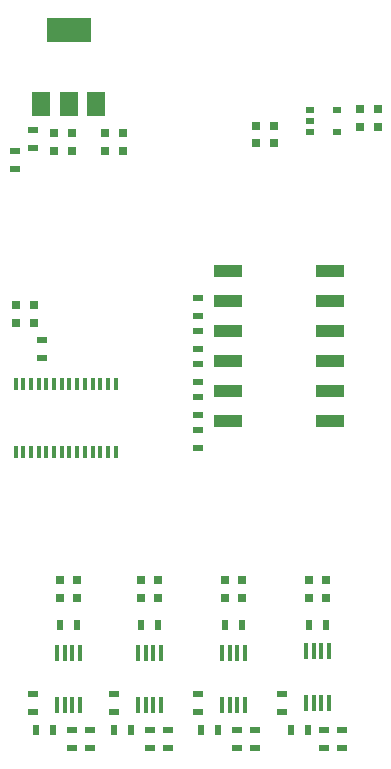
<source format=gtp>
G04 #@! TF.FileFunction,Paste,Top*
%FSLAX46Y46*%
G04 Gerber Fmt 4.6, Leading zero omitted, Abs format (unit mm)*
G04 Created by KiCad (PCBNEW 4.0.4-stable) date 04/08/18 19:54:36*
%MOMM*%
%LPD*%
G01*
G04 APERTURE LIST*
%ADD10C,0.100000*%
%ADD11R,2.440000X1.130000*%
%ADD12R,3.800000X2.000000*%
%ADD13R,1.500000X2.000000*%
%ADD14R,0.700000X0.510000*%
%ADD15R,0.400000X1.100000*%
%ADD16R,0.450000X1.450000*%
%ADD17R,0.750000X0.800000*%
%ADD18R,0.800000X0.750000*%
%ADD19R,0.900000X0.500000*%
%ADD20R,0.500000X0.900000*%
G04 APERTURE END LIST*
D10*
D11*
X135890000Y-120396000D03*
X135890000Y-117856000D03*
X135890000Y-115316000D03*
X135890000Y-112776000D03*
X135890000Y-110236000D03*
X135890000Y-107696000D03*
X127290000Y-107696000D03*
X127290000Y-110236000D03*
X127290000Y-112776000D03*
X127290000Y-115316000D03*
X127290000Y-117856000D03*
X127290000Y-120396000D03*
D12*
X113792000Y-87274000D03*
D13*
X113792000Y-93574000D03*
X116092000Y-93574000D03*
X111492000Y-93574000D03*
D14*
X134222000Y-94046000D03*
X134222000Y-94996000D03*
X134222000Y-95946000D03*
X136542000Y-95946000D03*
X136542000Y-94046000D03*
D15*
X109313000Y-122992000D03*
X109963000Y-122992000D03*
X110613000Y-122992000D03*
X111263000Y-122992000D03*
X111913000Y-122992000D03*
X112563000Y-122992000D03*
X113213000Y-122992000D03*
X113863000Y-122992000D03*
X114513000Y-122992000D03*
X115163000Y-122992000D03*
X115813000Y-122992000D03*
X116463000Y-122992000D03*
X117113000Y-122992000D03*
X117763000Y-122992000D03*
X117763000Y-117292000D03*
X117113000Y-117292000D03*
X116463000Y-117292000D03*
X115813000Y-117292000D03*
X115163000Y-117292000D03*
X114513000Y-117292000D03*
X113863000Y-117292000D03*
X113213000Y-117292000D03*
X112563000Y-117292000D03*
X111913000Y-117292000D03*
X111263000Y-117292000D03*
X110613000Y-117292000D03*
X109963000Y-117292000D03*
X109313000Y-117292000D03*
D16*
X126787000Y-144440000D03*
X127437000Y-144440000D03*
X128087000Y-144440000D03*
X128737000Y-144440000D03*
X128737000Y-140040000D03*
X128087000Y-140040000D03*
X127437000Y-140040000D03*
X126787000Y-140040000D03*
X133899000Y-144313000D03*
X134549000Y-144313000D03*
X135199000Y-144313000D03*
X135849000Y-144313000D03*
X135849000Y-139913000D03*
X135199000Y-139913000D03*
X134549000Y-139913000D03*
X133899000Y-139913000D03*
X119675000Y-144440000D03*
X120325000Y-144440000D03*
X120975000Y-144440000D03*
X121625000Y-144440000D03*
X121625000Y-140040000D03*
X120975000Y-140040000D03*
X120325000Y-140040000D03*
X119675000Y-140040000D03*
X112817000Y-144440000D03*
X113467000Y-144440000D03*
X114117000Y-144440000D03*
X114767000Y-144440000D03*
X114767000Y-140040000D03*
X114117000Y-140040000D03*
X113467000Y-140040000D03*
X112817000Y-140040000D03*
D17*
X131191000Y-95389000D03*
X131191000Y-96889000D03*
X116840000Y-97524000D03*
X116840000Y-96024000D03*
X129667000Y-95389000D03*
X129667000Y-96889000D03*
X118364000Y-97524000D03*
X118364000Y-96024000D03*
X138430000Y-95492000D03*
X138430000Y-93992000D03*
X112522000Y-97524000D03*
X112522000Y-96024000D03*
X139954000Y-95492000D03*
X139954000Y-93992000D03*
X114046000Y-97524000D03*
X114046000Y-96024000D03*
D18*
X110859000Y-112141000D03*
X109359000Y-112141000D03*
X110859000Y-110617000D03*
X109359000Y-110617000D03*
X128512000Y-135382000D03*
X127012000Y-135382000D03*
X128512000Y-133858000D03*
X127012000Y-133858000D03*
X135624000Y-133858000D03*
X134124000Y-133858000D03*
X135624000Y-135382000D03*
X134124000Y-135382000D03*
X121400000Y-135382000D03*
X119900000Y-135382000D03*
X121400000Y-133858000D03*
X119900000Y-133858000D03*
X114542000Y-135382000D03*
X113042000Y-135382000D03*
X114542000Y-133858000D03*
X113042000Y-133858000D03*
D19*
X124714000Y-121170000D03*
X124714000Y-122670000D03*
X124714000Y-118376000D03*
X124714000Y-119876000D03*
X110744000Y-95770000D03*
X110744000Y-97270000D03*
X109220000Y-97548000D03*
X109220000Y-99048000D03*
X124714000Y-115582000D03*
X124714000Y-117082000D03*
X124714000Y-112788000D03*
X124714000Y-114288000D03*
X124714000Y-109994000D03*
X124714000Y-111494000D03*
X111506000Y-115050000D03*
X111506000Y-113550000D03*
X128016000Y-146570000D03*
X128016000Y-148070000D03*
X129540000Y-148070000D03*
X129540000Y-146570000D03*
D20*
X124980000Y-146558000D03*
X126480000Y-146558000D03*
D19*
X124714000Y-143522000D03*
X124714000Y-145022000D03*
D20*
X127012000Y-137668000D03*
X128512000Y-137668000D03*
D19*
X135382000Y-146570000D03*
X135382000Y-148070000D03*
X136906000Y-148070000D03*
X136906000Y-146570000D03*
D20*
X132600000Y-146558000D03*
X134100000Y-146558000D03*
D19*
X131826000Y-143522000D03*
X131826000Y-145022000D03*
D20*
X134124000Y-137668000D03*
X135624000Y-137668000D03*
D19*
X120650000Y-146570000D03*
X120650000Y-148070000D03*
X122174000Y-148070000D03*
X122174000Y-146570000D03*
D20*
X117614000Y-146558000D03*
X119114000Y-146558000D03*
D19*
X117602000Y-143522000D03*
X117602000Y-145022000D03*
D20*
X119900000Y-137668000D03*
X121400000Y-137668000D03*
D19*
X114046000Y-146570000D03*
X114046000Y-148070000D03*
X115570000Y-148070000D03*
X115570000Y-146570000D03*
D20*
X111010000Y-146558000D03*
X112510000Y-146558000D03*
D19*
X110744000Y-143522000D03*
X110744000Y-145022000D03*
D20*
X113042000Y-137668000D03*
X114542000Y-137668000D03*
M02*

</source>
